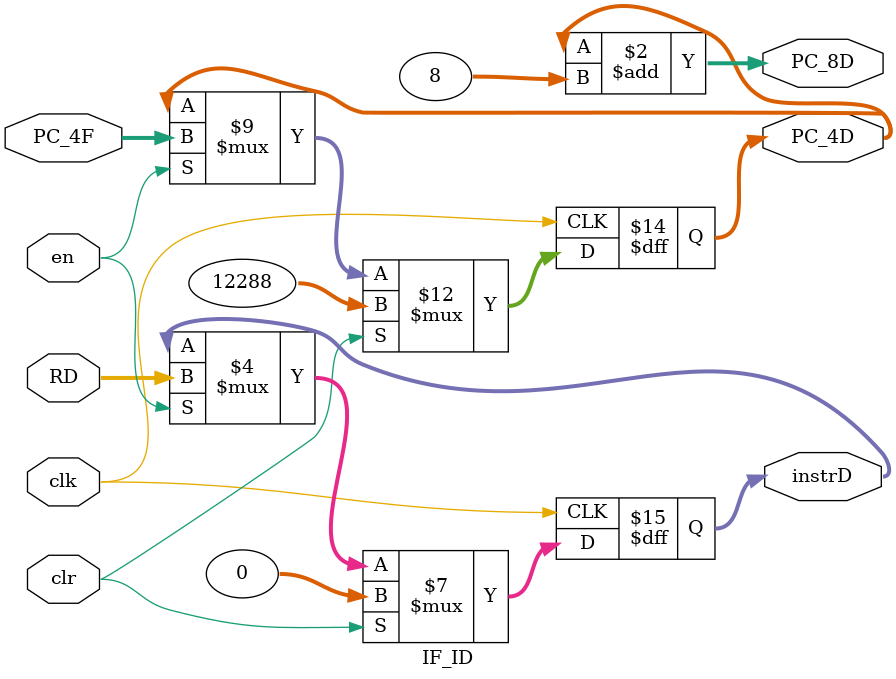
<source format=v>
module IF_ID(input clk,en,clr,
             input  [31:0] RD,PC_4F,
				 output [31:0] PC_4D,PC_8D,instrD
				 );
	
	reg [31:0] PC_4D,instrD;
	initial begin
		PC_4D=32'h0000_3000;
		instrD=32'b000000_00000_00000_00000_00000_100001;
	end
	always@(posedge clk)
	begin
		if(clr)
			begin
				PC_4D<=32'h0000_3000;
				instrD<=32'h0000_0000;
			end
		else if(en)
			begin
				PC_4D<=PC_4F;
				instrD<=RD;
			end
	end
	assign PC_8D=PC_4D+8;
endmodule

</source>
